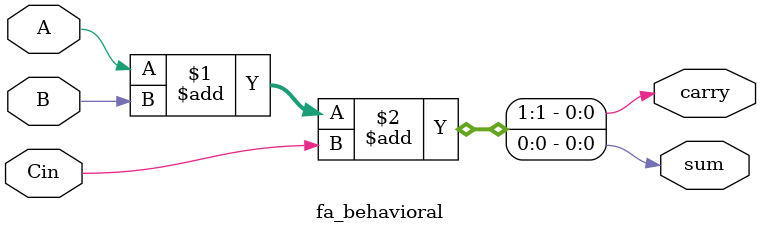
<source format=v>
module fa_behavioral(carry,sum,A,B,Cin);
input A,B,Cin;
output carry, sum;

assign {carry,sum} = A+B+Cin;

endmodule
</source>
